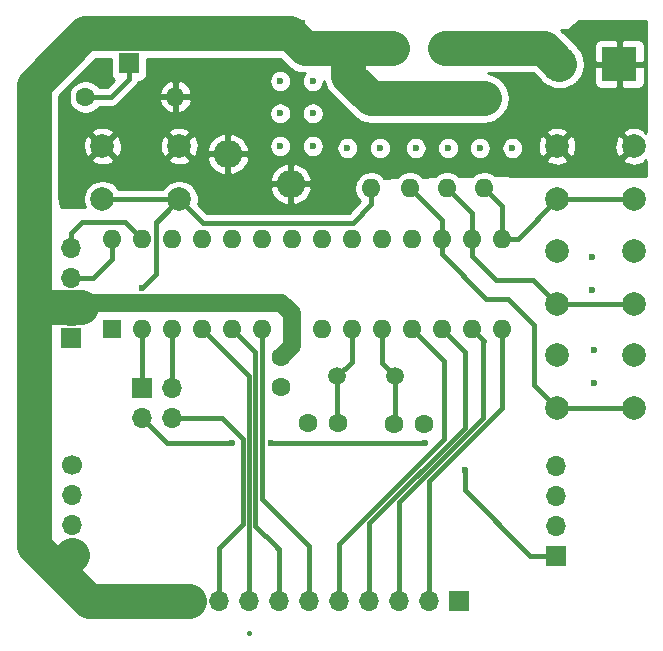
<source format=gbr>
%TF.GenerationSoftware,KiCad,Pcbnew,(5.1.9)-1*%
%TF.CreationDate,2021-02-09T22:22:39+00:00*%
%TF.ProjectId,DMX Relay,444d5820-5265-46c6-9179-2e6b69636164,rev?*%
%TF.SameCoordinates,Original*%
%TF.FileFunction,Copper,L1,Top*%
%TF.FilePolarity,Positive*%
%FSLAX46Y46*%
G04 Gerber Fmt 4.6, Leading zero omitted, Abs format (unit mm)*
G04 Created by KiCad (PCBNEW (5.1.9)-1) date 2021-02-09 22:22:39*
%MOMM*%
%LPD*%
G01*
G04 APERTURE LIST*
%TA.AperFunction,ComponentPad*%
%ADD10O,1.700000X1.700000*%
%TD*%
%TA.AperFunction,ComponentPad*%
%ADD11R,1.700000X1.700000*%
%TD*%
%TA.AperFunction,ComponentPad*%
%ADD12C,3.000000*%
%TD*%
%TA.AperFunction,ComponentPad*%
%ADD13R,3.000000X3.000000*%
%TD*%
%TA.AperFunction,ComponentPad*%
%ADD14C,1.500000*%
%TD*%
%TA.AperFunction,ComponentPad*%
%ADD15C,1.600000*%
%TD*%
%TA.AperFunction,ComponentPad*%
%ADD16C,2.475000*%
%TD*%
%TA.AperFunction,ComponentPad*%
%ADD17C,1.700000*%
%TD*%
%TA.AperFunction,ComponentPad*%
%ADD18O,1.600000X1.600000*%
%TD*%
%TA.AperFunction,ComponentPad*%
%ADD19C,1.800000*%
%TD*%
%TA.AperFunction,ComponentPad*%
%ADD20R,1.800000X1.800000*%
%TD*%
%TA.AperFunction,ComponentPad*%
%ADD21O,2.400000X2.400000*%
%TD*%
%TA.AperFunction,ComponentPad*%
%ADD22R,2.400000X2.400000*%
%TD*%
%TA.AperFunction,ComponentPad*%
%ADD23R,1.600000X1.600000*%
%TD*%
%TA.AperFunction,ComponentPad*%
%ADD24C,2.000000*%
%TD*%
%TA.AperFunction,ViaPad*%
%ADD25C,0.600000*%
%TD*%
%TA.AperFunction,Conductor*%
%ADD26C,0.400000*%
%TD*%
%TA.AperFunction,Conductor*%
%ADD27C,3.000000*%
%TD*%
%TA.AperFunction,Conductor*%
%ADD28C,1.500000*%
%TD*%
%TA.AperFunction,Conductor*%
%ADD29C,0.254000*%
%TD*%
%TA.AperFunction,Conductor*%
%ADD30C,0.100000*%
%TD*%
G04 APERTURE END LIST*
D10*
%TO.P,J3,10*%
%TO.N,+5V*%
X77530000Y-73690000D03*
%TO.P,J3,9*%
%TO.N,Relay8*%
X80070000Y-73690000D03*
%TO.P,J3,8*%
%TO.N,Relay7*%
X82610000Y-73690000D03*
%TO.P,J3,7*%
%TO.N,Relay6*%
X85150000Y-73690000D03*
%TO.P,J3,6*%
%TO.N,Relay5*%
X87690000Y-73690000D03*
%TO.P,J3,5*%
%TO.N,Relay4*%
X90230000Y-73690000D03*
%TO.P,J3,4*%
%TO.N,Relay3*%
X92770000Y-73690000D03*
%TO.P,J3,3*%
%TO.N,Relay2*%
X95310000Y-73690000D03*
%TO.P,J3,2*%
%TO.N,Relay1*%
X97850000Y-73690000D03*
D11*
%TO.P,J3,1*%
%TO.N,GND*%
X100390000Y-73690000D03*
%TD*%
D12*
%TO.P,J1,2*%
%TO.N,Net-(F1-Pad2)*%
X108870000Y-28210000D03*
D13*
%TO.P,J1,1*%
%TO.N,GND*%
X113950000Y-28210000D03*
%TD*%
D14*
%TO.P,Y1,2*%
%TO.N,Net-(C1-Pad1)*%
X94930000Y-54630000D03*
%TO.P,Y1,1*%
%TO.N,Net-(C2-Pad1)*%
X90050000Y-54630000D03*
%TD*%
D10*
%TO.P,J4,4*%
%TO.N,Relay8*%
X76100000Y-58210000D03*
%TO.P,J4,3*%
%TO.N,DMX_Data*%
X73560000Y-58210000D03*
%TO.P,J4,2*%
%TO.N,Tx*%
X76100000Y-55670000D03*
D11*
%TO.P,J4,1*%
%TO.N,Rx*%
X73560000Y-55670000D03*
%TD*%
D15*
%TO.P,C3,2*%
%TO.N,GND*%
X85260000Y-55540000D03*
%TO.P,C3,1*%
%TO.N,+5V*%
X85260000Y-53040000D03*
%TD*%
D16*
%TO.P,F1,2*%
%TO.N,Net-(F1-Pad2)*%
X102900000Y-26860000D03*
%TO.P,F1,1*%
%TO.N,+5V*%
X91000000Y-26860000D03*
%TO.P,F1,2*%
%TO.N,Net-(F1-Pad2)*%
X99200000Y-26860000D03*
%TO.P,F1,1*%
%TO.N,+5V*%
X94700000Y-26860000D03*
%TD*%
D10*
%TO.P,U2,8*%
%TO.N,+5V*%
X67585000Y-69760000D03*
%TO.P,U2,7*%
%TO.N,N/C*%
X67585000Y-67220000D03*
%TO.P,U2,6*%
X67585000Y-64680000D03*
D17*
%TO.P,U2,5*%
%TO.N,GND*%
X67585000Y-62140000D03*
D10*
%TO.P,U2,4*%
%TO.N,N/C*%
X108545000Y-62200000D03*
%TO.P,U2,3*%
X108545000Y-64740000D03*
%TO.P,U2,2*%
%TO.N,GND*%
X108545000Y-67280000D03*
D11*
%TO.P,U2,1*%
%TO.N,DMX_Data*%
X108545000Y-69820000D03*
%TD*%
D18*
%TO.P,R5,2*%
%TO.N,GND*%
X76360000Y-30980000D03*
D15*
%TO.P,R5,1*%
%TO.N,Net-(D3-Pad1)*%
X68740000Y-30980000D03*
%TD*%
D18*
%TO.P,R4,2*%
%TO.N,Net-(R4-Pad2)*%
X92930000Y-38730000D03*
D15*
%TO.P,R4,1*%
%TO.N,+5V*%
X92930000Y-31110000D03*
%TD*%
D18*
%TO.P,R3,2*%
%TO.N,Up*%
X102500000Y-38730000D03*
D15*
%TO.P,R3,1*%
%TO.N,+5V*%
X102500000Y-31110000D03*
%TD*%
%TO.P,R2,1*%
%TO.N,+5V*%
X96210000Y-31110000D03*
D18*
%TO.P,R2,2*%
%TO.N,Down*%
X96210000Y-38730000D03*
%TD*%
%TO.P,R1,2*%
%TO.N,Set*%
X99355000Y-38730000D03*
D15*
%TO.P,R1,1*%
%TO.N,+5V*%
X99355000Y-31110000D03*
%TD*%
D19*
%TO.P,D3,2*%
%TO.N,+5V*%
X72420000Y-25620000D03*
D20*
%TO.P,D3,1*%
%TO.N,Net-(D3-Pad1)*%
X72420000Y-28160000D03*
%TD*%
D21*
%TO.P,D2,2*%
%TO.N,GND*%
X86110000Y-38360000D03*
D22*
%TO.P,D2,1*%
%TO.N,+5V*%
X86110000Y-25660000D03*
%TD*%
D21*
%TO.P,D1,2*%
%TO.N,GND*%
X80790000Y-35820000D03*
D22*
%TO.P,D1,1*%
%TO.N,+5V*%
X80790000Y-25660000D03*
%TD*%
D18*
%TO.P,U1,28*%
%TO.N,SCL*%
X70950000Y-43000000D03*
%TO.P,U1,14*%
%TO.N,Relay1*%
X103970000Y-50620000D03*
%TO.P,U1,27*%
%TO.N,SDA*%
X73490000Y-43000000D03*
%TO.P,U1,13*%
%TO.N,Relay2*%
X101430000Y-50620000D03*
%TO.P,U1,26*%
%TO.N,N/C*%
X76030000Y-43000000D03*
%TO.P,U1,12*%
%TO.N,Relay3*%
X98890000Y-50620000D03*
%TO.P,U1,25*%
%TO.N,N/C*%
X78570000Y-43000000D03*
%TO.P,U1,11*%
%TO.N,Relay4*%
X96350000Y-50620000D03*
%TO.P,U1,24*%
%TO.N,N/C*%
X81110000Y-43000000D03*
%TO.P,U1,10*%
%TO.N,Net-(C1-Pad1)*%
X93810000Y-50620000D03*
%TO.P,U1,23*%
%TO.N,N/C*%
X83650000Y-43000000D03*
%TO.P,U1,9*%
%TO.N,Net-(C2-Pad1)*%
X91270000Y-50620000D03*
%TO.P,U1,22*%
%TO.N,GND*%
X86190000Y-43000000D03*
%TO.P,U1,8*%
X88730000Y-50620000D03*
%TO.P,U1,21*%
%TO.N,N/C*%
X88730000Y-43000000D03*
%TO.P,U1,7*%
%TO.N,+5V*%
X86190000Y-50620000D03*
%TO.P,U1,20*%
%TO.N,N/C*%
X91270000Y-43000000D03*
%TO.P,U1,6*%
%TO.N,Relay5*%
X83650000Y-50620000D03*
%TO.P,U1,19*%
%TO.N,N/C*%
X93810000Y-43000000D03*
%TO.P,U1,5*%
%TO.N,Relay6*%
X81110000Y-50620000D03*
%TO.P,U1,18*%
%TO.N,N/C*%
X96350000Y-43000000D03*
%TO.P,U1,4*%
%TO.N,Relay7*%
X78570000Y-50620000D03*
%TO.P,U1,17*%
%TO.N,Down*%
X98890000Y-43000000D03*
%TO.P,U1,3*%
%TO.N,Tx*%
X76030000Y-50620000D03*
%TO.P,U1,16*%
%TO.N,Set*%
X101430000Y-43000000D03*
%TO.P,U1,2*%
%TO.N,Rx*%
X73490000Y-50620000D03*
%TO.P,U1,15*%
%TO.N,Up*%
X103970000Y-43000000D03*
D23*
%TO.P,U1,1*%
%TO.N,Net-(R4-Pad2)*%
X70950000Y-50620000D03*
%TD*%
D24*
%TO.P,SW4,1*%
%TO.N,Net-(R4-Pad2)*%
X70180000Y-39650000D03*
%TO.P,SW4,2*%
%TO.N,GND*%
X70180000Y-35150000D03*
%TO.P,SW4,1*%
%TO.N,Net-(R4-Pad2)*%
X76680000Y-39650000D03*
%TO.P,SW4,2*%
%TO.N,GND*%
X76680000Y-35150000D03*
%TD*%
%TO.P,SW3,2*%
%TO.N,GND*%
X115160000Y-35160000D03*
%TO.P,SW3,1*%
%TO.N,Up*%
X115160000Y-39660000D03*
%TO.P,SW3,2*%
%TO.N,GND*%
X108660000Y-35160000D03*
%TO.P,SW3,1*%
%TO.N,Up*%
X108660000Y-39660000D03*
%TD*%
%TO.P,SW2,2*%
%TO.N,GND*%
X115160000Y-52850000D03*
%TO.P,SW2,1*%
%TO.N,Down*%
X115160000Y-57350000D03*
%TO.P,SW2,2*%
%TO.N,GND*%
X108660000Y-52850000D03*
%TO.P,SW2,1*%
%TO.N,Down*%
X108660000Y-57350000D03*
%TD*%
%TO.P,SW1,2*%
%TO.N,GND*%
X115160000Y-44005000D03*
%TO.P,SW1,1*%
%TO.N,Set*%
X115160000Y-48505000D03*
%TO.P,SW1,2*%
%TO.N,GND*%
X108660000Y-44005000D03*
%TO.P,SW1,1*%
%TO.N,Set*%
X108660000Y-48505000D03*
%TD*%
D10*
%TO.P,J2,4*%
%TO.N,SDA*%
X67490000Y-43790000D03*
%TO.P,J2,3*%
%TO.N,SCL*%
X67490000Y-46330000D03*
%TO.P,J2,2*%
%TO.N,+5V*%
X67490000Y-48870000D03*
D11*
%TO.P,J2,1*%
%TO.N,GND*%
X67490000Y-51410000D03*
%TD*%
D15*
%TO.P,C2,2*%
%TO.N,GND*%
X87600000Y-58620000D03*
%TO.P,C2,1*%
%TO.N,Net-(C2-Pad1)*%
X90100000Y-58620000D03*
%TD*%
%TO.P,C1,2*%
%TO.N,GND*%
X97400000Y-58670000D03*
%TO.P,C1,1*%
%TO.N,Net-(C1-Pad1)*%
X94900000Y-58670000D03*
%TD*%
D25*
%TO.N,*%
X85230000Y-35140000D03*
X87980000Y-35140000D03*
X85230000Y-32390000D03*
X85230000Y-29640000D03*
X87980000Y-29640000D03*
X87980000Y-32390000D03*
X111810000Y-52430000D03*
X111810000Y-55180000D03*
X111620000Y-44560000D03*
X111620000Y-47310000D03*
X90920000Y-35320000D03*
X93670000Y-35320000D03*
X96690000Y-35320000D03*
X99440000Y-35320000D03*
X102130000Y-35320000D03*
X104880000Y-35320000D03*
%TO.N,Net-(R4-Pad2)*%
X73563981Y-47133981D03*
%TO.N,DMX_Data*%
X100870000Y-62590000D03*
X97490000Y-60260000D03*
X84450000Y-60260000D03*
X81140000Y-60260000D03*
%TD*%
D26*
%TO.N,Net-(C1-Pad1)*%
X93810000Y-53510000D02*
X94930000Y-54630000D01*
X93810000Y-50620000D02*
X93810000Y-53510000D01*
X94930000Y-58640000D02*
X94900000Y-58670000D01*
X94930000Y-54630000D02*
X94930000Y-58640000D01*
%TO.N,Net-(C2-Pad1)*%
X91270000Y-53410000D02*
X90050000Y-54630000D01*
X91270000Y-50620000D02*
X91270000Y-53410000D01*
X90050000Y-58570000D02*
X90100000Y-58620000D01*
X90050000Y-54630000D02*
X90050000Y-58570000D01*
D27*
%TO.N,+5V*%
X94700000Y-26860000D02*
X91000000Y-26860000D01*
X87310000Y-26860000D02*
X86110000Y-25660000D01*
X91000000Y-26860000D02*
X87310000Y-26860000D01*
X86070000Y-25620000D02*
X72420000Y-25620000D01*
X86110000Y-25660000D02*
X86070000Y-25620000D01*
X72420000Y-25620000D02*
X68730000Y-25620000D01*
X68730000Y-25620000D02*
X64340000Y-30010000D01*
X64340000Y-44240000D02*
X64360000Y-44260000D01*
X64340000Y-30010000D02*
X64340000Y-44240000D01*
X64360000Y-68980000D02*
X65140000Y-69760000D01*
D28*
X67050000Y-48450000D02*
X85330000Y-48450000D01*
X86190000Y-49310000D02*
X86190000Y-50620000D01*
X85330000Y-48450000D02*
X86190000Y-49310000D01*
X64520000Y-48450000D02*
X64360000Y-48290000D01*
X67050000Y-48450000D02*
X64520000Y-48450000D01*
D27*
X64360000Y-48290000D02*
X64360000Y-68980000D01*
X64360000Y-44260000D02*
X64360000Y-48290000D01*
X91000000Y-29180000D02*
X92930000Y-31110000D01*
X91000000Y-26860000D02*
X91000000Y-29180000D01*
X92930000Y-31110000D02*
X102500000Y-31110000D01*
X67642999Y-48807001D02*
X68390000Y-48807001D01*
X67580000Y-48870000D02*
X67642999Y-48807001D01*
X67490000Y-48870000D02*
X67580000Y-48870000D01*
X64877001Y-48807001D02*
X64360000Y-48290000D01*
X67407001Y-48807001D02*
X64877001Y-48807001D01*
X67470000Y-48870000D02*
X67407001Y-48807001D01*
X67490000Y-48870000D02*
X67470000Y-48870000D01*
D28*
X86190000Y-52110000D02*
X85260000Y-53040000D01*
X86190000Y-50620000D02*
X86190000Y-52110000D01*
D27*
X77530000Y-73690000D02*
X69070000Y-73690000D01*
X66445000Y-70900000D02*
X66445000Y-71065000D01*
X67585000Y-69760000D02*
X66445000Y-70900000D01*
X66445000Y-71065000D02*
X64360000Y-68980000D01*
X69070000Y-73690000D02*
X66445000Y-71065000D01*
D26*
%TO.N,Relay8*%
X80302988Y-58210000D02*
X82062988Y-59970000D01*
X76100000Y-58210000D02*
X80302988Y-58210000D01*
X82062988Y-59970000D02*
X82062988Y-67187012D01*
X80070000Y-69180000D02*
X80815000Y-68435000D01*
X80070000Y-73690000D02*
X80070000Y-69180000D01*
X80815000Y-68435000D02*
X82062988Y-67187012D01*
%TO.N,Relay7*%
X78570000Y-50620000D02*
X82589998Y-54639998D01*
X82589998Y-76389998D02*
X82590000Y-76390000D01*
X82589998Y-73669998D02*
X82610000Y-73690000D01*
X82589998Y-54639998D02*
X82589998Y-73669998D01*
%TO.N,Relay6*%
X81110000Y-50620000D02*
X83117008Y-52627008D01*
X83117008Y-52627008D02*
X83117008Y-67282992D01*
X85150000Y-69315984D02*
X84787008Y-68952992D01*
X85150000Y-73690000D02*
X85150000Y-69315984D01*
X84787008Y-68952992D02*
X83117008Y-67282992D01*
X85130000Y-69295984D02*
X84787008Y-68952992D01*
%TO.N,Relay5*%
X83644018Y-50625982D02*
X83650000Y-50620000D01*
X83644018Y-64994018D02*
X83644018Y-50625982D01*
X87690000Y-69040000D02*
X86630000Y-67980000D01*
X87690000Y-73690000D02*
X87690000Y-69040000D01*
X86630000Y-67980000D02*
X83644018Y-64994018D01*
X87670000Y-69020000D02*
X86630000Y-67980000D01*
%TO.N,Relay4*%
X99110000Y-53380000D02*
X96350000Y-50620000D01*
X99110000Y-59990000D02*
X99110000Y-53380000D01*
X90230000Y-68870000D02*
X90650000Y-68450000D01*
X90230000Y-73690000D02*
X90230000Y-68870000D01*
X90650000Y-68450000D02*
X99110000Y-59990000D01*
%TO.N,Relay3*%
X100860000Y-52590000D02*
X98890000Y-50620000D01*
X100860000Y-58985304D02*
X100860000Y-52590000D01*
X92770000Y-67075304D02*
X93112652Y-66732652D01*
X92770000Y-73690000D02*
X92770000Y-67075304D01*
X93112652Y-66732652D02*
X100860000Y-58985304D01*
%TO.N,Relay2*%
X102500000Y-51690000D02*
X101430000Y-50620000D01*
X102410000Y-51600000D02*
X101430000Y-50620000D01*
X102410000Y-58180608D02*
X102410000Y-51600000D01*
X95310000Y-65280608D02*
X102410000Y-58180608D01*
X95310000Y-73690000D02*
X95310000Y-65280608D01*
%TO.N,Relay1*%
X103970000Y-57365912D02*
X103970000Y-50620000D01*
X97850000Y-63485912D02*
X103970000Y-57365912D01*
X97850000Y-73690000D02*
X97850000Y-63485912D01*
%TO.N,SDA*%
X73490000Y-43000000D02*
X72050000Y-41560000D01*
X72050000Y-41560000D02*
X68450000Y-41560000D01*
X67490000Y-42520000D02*
X67490000Y-43790000D01*
X68450000Y-41560000D02*
X67490000Y-42520000D01*
%TO.N,SCL*%
X70950000Y-43000000D02*
X70950000Y-44730000D01*
X69350000Y-46330000D02*
X67490000Y-46330000D01*
X70950000Y-44730000D02*
X69350000Y-46330000D01*
%TO.N,Set*%
X101430000Y-44430000D02*
X101430000Y-43000000D01*
X103500000Y-46500000D02*
X101430000Y-44430000D01*
X106655000Y-46500000D02*
X103500000Y-46500000D01*
X108660000Y-48505000D02*
X106655000Y-46500000D01*
X108660000Y-48505000D02*
X115160000Y-48505000D01*
X101430000Y-40805000D02*
X99355000Y-38730000D01*
X101430000Y-43000000D02*
X101430000Y-40805000D01*
%TO.N,Down*%
X98890000Y-43000000D02*
X98890000Y-44330000D01*
X98890000Y-44330000D02*
X102650000Y-48090000D01*
X102650000Y-48090000D02*
X104520000Y-48090000D01*
X104520000Y-48090000D02*
X106730000Y-50300000D01*
X106730000Y-55420000D02*
X108660000Y-57350000D01*
X106730000Y-50300000D02*
X106730000Y-55420000D01*
X115160000Y-57350000D02*
X108660000Y-57350000D01*
X98890000Y-41410000D02*
X96210000Y-38730000D01*
X98890000Y-43000000D02*
X98890000Y-41410000D01*
%TO.N,Up*%
X105320000Y-43000000D02*
X103970000Y-43000000D01*
X108660000Y-39660000D02*
X105320000Y-43000000D01*
X115160000Y-39660000D02*
X108660000Y-39660000D01*
X103970000Y-40200000D02*
X102500000Y-38730000D01*
X103970000Y-43000000D02*
X103970000Y-40200000D01*
%TO.N,Net-(R4-Pad2)*%
X76680000Y-39650000D02*
X70180000Y-39650000D01*
X92930000Y-38730000D02*
X92930000Y-40090000D01*
X92930000Y-40090000D02*
X91360000Y-41660000D01*
X78690000Y-41660000D02*
X77740000Y-40710000D01*
X91360000Y-41660000D02*
X78690000Y-41660000D01*
X77740000Y-40710000D02*
X76680000Y-39650000D01*
X76680000Y-39650000D02*
X74770000Y-41560000D01*
X76680000Y-39650000D02*
X74750000Y-41580000D01*
X74750000Y-45947962D02*
X74028981Y-46668981D01*
X74750000Y-41580000D02*
X74750000Y-45947962D01*
X73563981Y-47133981D02*
X74750000Y-45947962D01*
%TO.N,Rx*%
X73560000Y-50690000D02*
X73490000Y-50620000D01*
X73560000Y-55670000D02*
X73560000Y-50690000D01*
D27*
%TO.N,Net-(F1-Pad2)*%
X102900000Y-26860000D02*
X99200000Y-26860000D01*
X107520000Y-26860000D02*
X108870000Y-28210000D01*
X102900000Y-26860000D02*
X107520000Y-26860000D01*
D26*
%TO.N,Net-(D3-Pad1)*%
X72420000Y-28160000D02*
X72420000Y-29460000D01*
X70900000Y-30980000D02*
X68740000Y-30980000D01*
X72420000Y-29460000D02*
X70900000Y-30980000D01*
%TO.N,DMX_Data*%
X108545000Y-69820000D02*
X106390000Y-69820000D01*
X106390000Y-69820000D02*
X100870000Y-64300000D01*
X100870000Y-64300000D02*
X100870000Y-62590000D01*
X100870000Y-62590000D02*
X100870000Y-62590000D01*
X97490000Y-60260000D02*
X84450000Y-60260000D01*
X84450000Y-60260000D02*
X84450000Y-60260000D01*
X75610000Y-60260000D02*
X73560000Y-58210000D01*
X81140000Y-60260000D02*
X75610000Y-60260000D01*
%TO.N,Tx*%
X76100000Y-50690000D02*
X76030000Y-50620000D01*
X76100000Y-55670000D02*
X76100000Y-50690000D01*
%TD*%
D29*
%TO.N,GND*%
X116200000Y-33940392D02*
X116115807Y-34024585D01*
X116020044Y-33760186D01*
X115730429Y-33619296D01*
X115418892Y-33537616D01*
X115097405Y-33518282D01*
X114778325Y-33562039D01*
X114473912Y-33667205D01*
X114299956Y-33760186D01*
X114204192Y-34024587D01*
X115160000Y-34980395D01*
X115174143Y-34966253D01*
X115353748Y-35145858D01*
X115339605Y-35160000D01*
X115353748Y-35174143D01*
X115174143Y-35353748D01*
X115160000Y-35339605D01*
X114204192Y-36295413D01*
X114299956Y-36559814D01*
X114589571Y-36700704D01*
X114901108Y-36782384D01*
X115222595Y-36801718D01*
X115541675Y-36757961D01*
X115846088Y-36652795D01*
X116020044Y-36559814D01*
X116115807Y-36295415D01*
X116200000Y-36379608D01*
X116200000Y-37671687D01*
X105810585Y-37663000D01*
X103441677Y-37642281D01*
X103414759Y-37615363D01*
X103179727Y-37458320D01*
X102918574Y-37350147D01*
X102641335Y-37295000D01*
X102358665Y-37295000D01*
X102081426Y-37350147D01*
X101820273Y-37458320D01*
X101585241Y-37615363D01*
X101548297Y-37652307D01*
X100334921Y-37680525D01*
X100269759Y-37615363D01*
X100034727Y-37458320D01*
X99773574Y-37350147D01*
X99496335Y-37295000D01*
X99213665Y-37295000D01*
X98936426Y-37350147D01*
X98675273Y-37458320D01*
X98440241Y-37615363D01*
X98328416Y-37727188D01*
X97261399Y-37752003D01*
X97124759Y-37615363D01*
X96889727Y-37458320D01*
X96628574Y-37350147D01*
X96351335Y-37295000D01*
X96068665Y-37295000D01*
X95791426Y-37350147D01*
X95530273Y-37458320D01*
X95295241Y-37615363D01*
X95108535Y-37802069D01*
X94052250Y-37826634D01*
X94044637Y-37815241D01*
X93844759Y-37615363D01*
X93609727Y-37458320D01*
X93348574Y-37350147D01*
X93071335Y-37295000D01*
X92788665Y-37295000D01*
X92511426Y-37350147D01*
X92250273Y-37458320D01*
X92015241Y-37615363D01*
X91815363Y-37815241D01*
X91658320Y-38050273D01*
X91550147Y-38311426D01*
X91495000Y-38588665D01*
X91495000Y-38871335D01*
X91550147Y-39148574D01*
X91658320Y-39409727D01*
X91815363Y-39644759D01*
X92004868Y-39834264D01*
X91014133Y-40825000D01*
X79035868Y-40825000D01*
X78359442Y-40148575D01*
X78359438Y-40148570D01*
X78266372Y-40055504D01*
X78315000Y-39811033D01*
X78315000Y-39488967D01*
X78252168Y-39173088D01*
X78128918Y-38875537D01*
X78059608Y-38771806D01*
X84321801Y-38771806D01*
X84436500Y-39112754D01*
X84615511Y-39424774D01*
X84851954Y-39695875D01*
X85136743Y-39915639D01*
X85458934Y-40075621D01*
X85698195Y-40148195D01*
X85983000Y-40031432D01*
X85983000Y-38487000D01*
X86237000Y-38487000D01*
X86237000Y-40031432D01*
X86521805Y-40148195D01*
X86761066Y-40075621D01*
X87083257Y-39915639D01*
X87368046Y-39695875D01*
X87604489Y-39424774D01*
X87783500Y-39112754D01*
X87898199Y-38771806D01*
X87781854Y-38487000D01*
X86237000Y-38487000D01*
X85983000Y-38487000D01*
X84438146Y-38487000D01*
X84321801Y-38771806D01*
X78059608Y-38771806D01*
X77949987Y-38607748D01*
X77722252Y-38380013D01*
X77454463Y-38201082D01*
X77156912Y-38077832D01*
X76841033Y-38015000D01*
X76518967Y-38015000D01*
X76203088Y-38077832D01*
X75905537Y-38201082D01*
X75637748Y-38380013D01*
X75410013Y-38607748D01*
X75271532Y-38815000D01*
X71588468Y-38815000D01*
X71449987Y-38607748D01*
X71222252Y-38380013D01*
X70954463Y-38201082D01*
X70656912Y-38077832D01*
X70341033Y-38015000D01*
X70018967Y-38015000D01*
X69703088Y-38077832D01*
X69405537Y-38201082D01*
X69137748Y-38380013D01*
X68910013Y-38607748D01*
X68731082Y-38875537D01*
X68607832Y-39173088D01*
X68545000Y-39488967D01*
X68545000Y-39811033D01*
X68607832Y-40126912D01*
X68679417Y-40299732D01*
X66652187Y-40321877D01*
X66475000Y-39504091D01*
X66475000Y-37948194D01*
X84321801Y-37948194D01*
X84438146Y-38233000D01*
X85983000Y-38233000D01*
X85983000Y-36688568D01*
X86237000Y-36688568D01*
X86237000Y-38233000D01*
X87781854Y-38233000D01*
X87898199Y-37948194D01*
X87783500Y-37607246D01*
X87604489Y-37295226D01*
X87368046Y-37024125D01*
X87083257Y-36804361D01*
X86761066Y-36644379D01*
X86521805Y-36571805D01*
X86237000Y-36688568D01*
X85983000Y-36688568D01*
X85698195Y-36571805D01*
X85458934Y-36644379D01*
X85136743Y-36804361D01*
X84851954Y-37024125D01*
X84615511Y-37295226D01*
X84436500Y-37607246D01*
X84321801Y-37948194D01*
X66475000Y-37948194D01*
X66475000Y-36285413D01*
X69224192Y-36285413D01*
X69319956Y-36549814D01*
X69609571Y-36690704D01*
X69921108Y-36772384D01*
X70242595Y-36791718D01*
X70561675Y-36747961D01*
X70866088Y-36642795D01*
X71040044Y-36549814D01*
X71135808Y-36285413D01*
X75724192Y-36285413D01*
X75819956Y-36549814D01*
X76109571Y-36690704D01*
X76421108Y-36772384D01*
X76742595Y-36791718D01*
X77061675Y-36747961D01*
X77366088Y-36642795D01*
X77540044Y-36549814D01*
X77635808Y-36285413D01*
X77582201Y-36231806D01*
X79001801Y-36231806D01*
X79116500Y-36572754D01*
X79295511Y-36884774D01*
X79531954Y-37155875D01*
X79816743Y-37375639D01*
X80138934Y-37535621D01*
X80378195Y-37608195D01*
X80663000Y-37491432D01*
X80663000Y-35947000D01*
X80917000Y-35947000D01*
X80917000Y-37491432D01*
X81201805Y-37608195D01*
X81441066Y-37535621D01*
X81763257Y-37375639D01*
X82048046Y-37155875D01*
X82284489Y-36884774D01*
X82463500Y-36572754D01*
X82556800Y-36295413D01*
X107704192Y-36295413D01*
X107799956Y-36559814D01*
X108089571Y-36700704D01*
X108401108Y-36782384D01*
X108722595Y-36801718D01*
X109041675Y-36757961D01*
X109346088Y-36652795D01*
X109520044Y-36559814D01*
X109615808Y-36295413D01*
X108660000Y-35339605D01*
X107704192Y-36295413D01*
X82556800Y-36295413D01*
X82578199Y-36231806D01*
X82461854Y-35947000D01*
X80917000Y-35947000D01*
X80663000Y-35947000D01*
X79118146Y-35947000D01*
X79001801Y-36231806D01*
X77582201Y-36231806D01*
X76680000Y-35329605D01*
X75724192Y-36285413D01*
X71135808Y-36285413D01*
X70180000Y-35329605D01*
X69224192Y-36285413D01*
X66475000Y-36285413D01*
X66475000Y-35212595D01*
X68538282Y-35212595D01*
X68582039Y-35531675D01*
X68687205Y-35836088D01*
X68780186Y-36010044D01*
X69044587Y-36105808D01*
X70000395Y-35150000D01*
X70359605Y-35150000D01*
X71315413Y-36105808D01*
X71579814Y-36010044D01*
X71720704Y-35720429D01*
X71802384Y-35408892D01*
X71814189Y-35212595D01*
X75038282Y-35212595D01*
X75082039Y-35531675D01*
X75187205Y-35836088D01*
X75280186Y-36010044D01*
X75544587Y-36105808D01*
X76500395Y-35150000D01*
X76859605Y-35150000D01*
X77815413Y-36105808D01*
X78079814Y-36010044D01*
X78220704Y-35720429D01*
X78302384Y-35408892D01*
X78302425Y-35408194D01*
X79001801Y-35408194D01*
X79118146Y-35693000D01*
X80663000Y-35693000D01*
X80663000Y-34148568D01*
X80917000Y-34148568D01*
X80917000Y-35693000D01*
X82461854Y-35693000D01*
X82578199Y-35408194D01*
X82463500Y-35067246D01*
X82452408Y-35047911D01*
X84295000Y-35047911D01*
X84295000Y-35232089D01*
X84330932Y-35412729D01*
X84401414Y-35582889D01*
X84503738Y-35736028D01*
X84633972Y-35866262D01*
X84787111Y-35968586D01*
X84957271Y-36039068D01*
X85137911Y-36075000D01*
X85322089Y-36075000D01*
X85502729Y-36039068D01*
X85672889Y-35968586D01*
X85826028Y-35866262D01*
X85956262Y-35736028D01*
X86058586Y-35582889D01*
X86129068Y-35412729D01*
X86165000Y-35232089D01*
X86165000Y-35047911D01*
X87045000Y-35047911D01*
X87045000Y-35232089D01*
X87080932Y-35412729D01*
X87151414Y-35582889D01*
X87253738Y-35736028D01*
X87383972Y-35866262D01*
X87537111Y-35968586D01*
X87707271Y-36039068D01*
X87887911Y-36075000D01*
X88072089Y-36075000D01*
X88252729Y-36039068D01*
X88422889Y-35968586D01*
X88576028Y-35866262D01*
X88706262Y-35736028D01*
X88808586Y-35582889D01*
X88879068Y-35412729D01*
X88915000Y-35232089D01*
X88915000Y-35227911D01*
X89985000Y-35227911D01*
X89985000Y-35412089D01*
X90020932Y-35592729D01*
X90091414Y-35762889D01*
X90193738Y-35916028D01*
X90323972Y-36046262D01*
X90477111Y-36148586D01*
X90647271Y-36219068D01*
X90827911Y-36255000D01*
X91012089Y-36255000D01*
X91192729Y-36219068D01*
X91362889Y-36148586D01*
X91516028Y-36046262D01*
X91646262Y-35916028D01*
X91748586Y-35762889D01*
X91819068Y-35592729D01*
X91855000Y-35412089D01*
X91855000Y-35227911D01*
X92735000Y-35227911D01*
X92735000Y-35412089D01*
X92770932Y-35592729D01*
X92841414Y-35762889D01*
X92943738Y-35916028D01*
X93073972Y-36046262D01*
X93227111Y-36148586D01*
X93397271Y-36219068D01*
X93577911Y-36255000D01*
X93762089Y-36255000D01*
X93942729Y-36219068D01*
X94112889Y-36148586D01*
X94266028Y-36046262D01*
X94396262Y-35916028D01*
X94498586Y-35762889D01*
X94569068Y-35592729D01*
X94605000Y-35412089D01*
X94605000Y-35227911D01*
X95755000Y-35227911D01*
X95755000Y-35412089D01*
X95790932Y-35592729D01*
X95861414Y-35762889D01*
X95963738Y-35916028D01*
X96093972Y-36046262D01*
X96247111Y-36148586D01*
X96417271Y-36219068D01*
X96597911Y-36255000D01*
X96782089Y-36255000D01*
X96962729Y-36219068D01*
X97132889Y-36148586D01*
X97286028Y-36046262D01*
X97416262Y-35916028D01*
X97518586Y-35762889D01*
X97589068Y-35592729D01*
X97625000Y-35412089D01*
X97625000Y-35227911D01*
X98505000Y-35227911D01*
X98505000Y-35412089D01*
X98540932Y-35592729D01*
X98611414Y-35762889D01*
X98713738Y-35916028D01*
X98843972Y-36046262D01*
X98997111Y-36148586D01*
X99167271Y-36219068D01*
X99347911Y-36255000D01*
X99532089Y-36255000D01*
X99712729Y-36219068D01*
X99882889Y-36148586D01*
X100036028Y-36046262D01*
X100166262Y-35916028D01*
X100268586Y-35762889D01*
X100339068Y-35592729D01*
X100375000Y-35412089D01*
X100375000Y-35227911D01*
X101195000Y-35227911D01*
X101195000Y-35412089D01*
X101230932Y-35592729D01*
X101301414Y-35762889D01*
X101403738Y-35916028D01*
X101533972Y-36046262D01*
X101687111Y-36148586D01*
X101857271Y-36219068D01*
X102037911Y-36255000D01*
X102222089Y-36255000D01*
X102402729Y-36219068D01*
X102572889Y-36148586D01*
X102726028Y-36046262D01*
X102856262Y-35916028D01*
X102958586Y-35762889D01*
X103029068Y-35592729D01*
X103065000Y-35412089D01*
X103065000Y-35227911D01*
X103945000Y-35227911D01*
X103945000Y-35412089D01*
X103980932Y-35592729D01*
X104051414Y-35762889D01*
X104153738Y-35916028D01*
X104283972Y-36046262D01*
X104437111Y-36148586D01*
X104607271Y-36219068D01*
X104787911Y-36255000D01*
X104972089Y-36255000D01*
X105152729Y-36219068D01*
X105322889Y-36148586D01*
X105476028Y-36046262D01*
X105606262Y-35916028D01*
X105708586Y-35762889D01*
X105779068Y-35592729D01*
X105815000Y-35412089D01*
X105815000Y-35227911D01*
X105813943Y-35222595D01*
X107018282Y-35222595D01*
X107062039Y-35541675D01*
X107167205Y-35846088D01*
X107260186Y-36020044D01*
X107524587Y-36115808D01*
X108480395Y-35160000D01*
X108839605Y-35160000D01*
X109795413Y-36115808D01*
X110059814Y-36020044D01*
X110200704Y-35730429D01*
X110282384Y-35418892D01*
X110294189Y-35222595D01*
X113518282Y-35222595D01*
X113562039Y-35541675D01*
X113667205Y-35846088D01*
X113760186Y-36020044D01*
X114024587Y-36115808D01*
X114980395Y-35160000D01*
X114024587Y-34204192D01*
X113760186Y-34299956D01*
X113619296Y-34589571D01*
X113537616Y-34901108D01*
X113518282Y-35222595D01*
X110294189Y-35222595D01*
X110301718Y-35097405D01*
X110257961Y-34778325D01*
X110152795Y-34473912D01*
X110059814Y-34299956D01*
X109795413Y-34204192D01*
X108839605Y-35160000D01*
X108480395Y-35160000D01*
X107524587Y-34204192D01*
X107260186Y-34299956D01*
X107119296Y-34589571D01*
X107037616Y-34901108D01*
X107018282Y-35222595D01*
X105813943Y-35222595D01*
X105779068Y-35047271D01*
X105708586Y-34877111D01*
X105606262Y-34723972D01*
X105476028Y-34593738D01*
X105322889Y-34491414D01*
X105152729Y-34420932D01*
X104972089Y-34385000D01*
X104787911Y-34385000D01*
X104607271Y-34420932D01*
X104437111Y-34491414D01*
X104283972Y-34593738D01*
X104153738Y-34723972D01*
X104051414Y-34877111D01*
X103980932Y-35047271D01*
X103945000Y-35227911D01*
X103065000Y-35227911D01*
X103029068Y-35047271D01*
X102958586Y-34877111D01*
X102856262Y-34723972D01*
X102726028Y-34593738D01*
X102572889Y-34491414D01*
X102402729Y-34420932D01*
X102222089Y-34385000D01*
X102037911Y-34385000D01*
X101857271Y-34420932D01*
X101687111Y-34491414D01*
X101533972Y-34593738D01*
X101403738Y-34723972D01*
X101301414Y-34877111D01*
X101230932Y-35047271D01*
X101195000Y-35227911D01*
X100375000Y-35227911D01*
X100339068Y-35047271D01*
X100268586Y-34877111D01*
X100166262Y-34723972D01*
X100036028Y-34593738D01*
X99882889Y-34491414D01*
X99712729Y-34420932D01*
X99532089Y-34385000D01*
X99347911Y-34385000D01*
X99167271Y-34420932D01*
X98997111Y-34491414D01*
X98843972Y-34593738D01*
X98713738Y-34723972D01*
X98611414Y-34877111D01*
X98540932Y-35047271D01*
X98505000Y-35227911D01*
X97625000Y-35227911D01*
X97589068Y-35047271D01*
X97518586Y-34877111D01*
X97416262Y-34723972D01*
X97286028Y-34593738D01*
X97132889Y-34491414D01*
X96962729Y-34420932D01*
X96782089Y-34385000D01*
X96597911Y-34385000D01*
X96417271Y-34420932D01*
X96247111Y-34491414D01*
X96093972Y-34593738D01*
X95963738Y-34723972D01*
X95861414Y-34877111D01*
X95790932Y-35047271D01*
X95755000Y-35227911D01*
X94605000Y-35227911D01*
X94569068Y-35047271D01*
X94498586Y-34877111D01*
X94396262Y-34723972D01*
X94266028Y-34593738D01*
X94112889Y-34491414D01*
X93942729Y-34420932D01*
X93762089Y-34385000D01*
X93577911Y-34385000D01*
X93397271Y-34420932D01*
X93227111Y-34491414D01*
X93073972Y-34593738D01*
X92943738Y-34723972D01*
X92841414Y-34877111D01*
X92770932Y-35047271D01*
X92735000Y-35227911D01*
X91855000Y-35227911D01*
X91819068Y-35047271D01*
X91748586Y-34877111D01*
X91646262Y-34723972D01*
X91516028Y-34593738D01*
X91362889Y-34491414D01*
X91192729Y-34420932D01*
X91012089Y-34385000D01*
X90827911Y-34385000D01*
X90647271Y-34420932D01*
X90477111Y-34491414D01*
X90323972Y-34593738D01*
X90193738Y-34723972D01*
X90091414Y-34877111D01*
X90020932Y-35047271D01*
X89985000Y-35227911D01*
X88915000Y-35227911D01*
X88915000Y-35047911D01*
X88879068Y-34867271D01*
X88808586Y-34697111D01*
X88706262Y-34543972D01*
X88576028Y-34413738D01*
X88422889Y-34311414D01*
X88252729Y-34240932D01*
X88072089Y-34205000D01*
X87887911Y-34205000D01*
X87707271Y-34240932D01*
X87537111Y-34311414D01*
X87383972Y-34413738D01*
X87253738Y-34543972D01*
X87151414Y-34697111D01*
X87080932Y-34867271D01*
X87045000Y-35047911D01*
X86165000Y-35047911D01*
X86129068Y-34867271D01*
X86058586Y-34697111D01*
X85956262Y-34543972D01*
X85826028Y-34413738D01*
X85672889Y-34311414D01*
X85502729Y-34240932D01*
X85322089Y-34205000D01*
X85137911Y-34205000D01*
X84957271Y-34240932D01*
X84787111Y-34311414D01*
X84633972Y-34413738D01*
X84503738Y-34543972D01*
X84401414Y-34697111D01*
X84330932Y-34867271D01*
X84295000Y-35047911D01*
X82452408Y-35047911D01*
X82284489Y-34755226D01*
X82048046Y-34484125D01*
X81763257Y-34264361D01*
X81441066Y-34104379D01*
X81201805Y-34031805D01*
X80917000Y-34148568D01*
X80663000Y-34148568D01*
X80378195Y-34031805D01*
X80138934Y-34104379D01*
X79816743Y-34264361D01*
X79531954Y-34484125D01*
X79295511Y-34755226D01*
X79116500Y-35067246D01*
X79001801Y-35408194D01*
X78302425Y-35408194D01*
X78321718Y-35087405D01*
X78277961Y-34768325D01*
X78172795Y-34463912D01*
X78079814Y-34289956D01*
X77815413Y-34194192D01*
X76859605Y-35150000D01*
X76500395Y-35150000D01*
X75544587Y-34194192D01*
X75280186Y-34289956D01*
X75139296Y-34579571D01*
X75057616Y-34891108D01*
X75038282Y-35212595D01*
X71814189Y-35212595D01*
X71821718Y-35087405D01*
X71777961Y-34768325D01*
X71672795Y-34463912D01*
X71579814Y-34289956D01*
X71315413Y-34194192D01*
X70359605Y-35150000D01*
X70000395Y-35150000D01*
X69044587Y-34194192D01*
X68780186Y-34289956D01*
X68639296Y-34579571D01*
X68557616Y-34891108D01*
X68538282Y-35212595D01*
X66475000Y-35212595D01*
X66475000Y-34014587D01*
X69224192Y-34014587D01*
X70180000Y-34970395D01*
X71135808Y-34014587D01*
X75724192Y-34014587D01*
X76680000Y-34970395D01*
X77625808Y-34024587D01*
X107704192Y-34024587D01*
X108660000Y-34980395D01*
X109615808Y-34024587D01*
X109520044Y-33760186D01*
X109230429Y-33619296D01*
X108918892Y-33537616D01*
X108597405Y-33518282D01*
X108278325Y-33562039D01*
X107973912Y-33667205D01*
X107799956Y-33760186D01*
X107704192Y-34024587D01*
X77625808Y-34024587D01*
X77635808Y-34014587D01*
X77540044Y-33750186D01*
X77250429Y-33609296D01*
X76938892Y-33527616D01*
X76617405Y-33508282D01*
X76298325Y-33552039D01*
X75993912Y-33657205D01*
X75819956Y-33750186D01*
X75724192Y-34014587D01*
X71135808Y-34014587D01*
X71040044Y-33750186D01*
X70750429Y-33609296D01*
X70438892Y-33527616D01*
X70117405Y-33508282D01*
X69798325Y-33552039D01*
X69493912Y-33657205D01*
X69319956Y-33750186D01*
X69224192Y-34014587D01*
X66475000Y-34014587D01*
X66475000Y-30894345D01*
X69614346Y-27755000D01*
X70881928Y-27755000D01*
X70881928Y-29060000D01*
X70894188Y-29184482D01*
X70930498Y-29304180D01*
X70989463Y-29414494D01*
X71068815Y-29511185D01*
X71134248Y-29564884D01*
X70554133Y-30145000D01*
X69907930Y-30145000D01*
X69854637Y-30065241D01*
X69654759Y-29865363D01*
X69419727Y-29708320D01*
X69158574Y-29600147D01*
X68881335Y-29545000D01*
X68598665Y-29545000D01*
X68321426Y-29600147D01*
X68060273Y-29708320D01*
X67825241Y-29865363D01*
X67625363Y-30065241D01*
X67468320Y-30300273D01*
X67360147Y-30561426D01*
X67305000Y-30838665D01*
X67305000Y-31121335D01*
X67360147Y-31398574D01*
X67468320Y-31659727D01*
X67625363Y-31894759D01*
X67825241Y-32094637D01*
X68060273Y-32251680D01*
X68321426Y-32359853D01*
X68598665Y-32415000D01*
X68881335Y-32415000D01*
X69158574Y-32359853D01*
X69419727Y-32251680D01*
X69654759Y-32094637D01*
X69854637Y-31894759D01*
X69907930Y-31815000D01*
X70858982Y-31815000D01*
X70900000Y-31819040D01*
X70941018Y-31815000D01*
X70941019Y-31815000D01*
X71063689Y-31802918D01*
X71221087Y-31755172D01*
X71366146Y-31677636D01*
X71493291Y-31573291D01*
X71519446Y-31541422D01*
X71731829Y-31329039D01*
X74968096Y-31329039D01*
X75008754Y-31463087D01*
X75128963Y-31717420D01*
X75296481Y-31943414D01*
X75504869Y-32132385D01*
X75746119Y-32277070D01*
X76010960Y-32371909D01*
X76233000Y-32250624D01*
X76233000Y-31107000D01*
X76487000Y-31107000D01*
X76487000Y-32250624D01*
X76709040Y-32371909D01*
X76915681Y-32297911D01*
X84295000Y-32297911D01*
X84295000Y-32482089D01*
X84330932Y-32662729D01*
X84401414Y-32832889D01*
X84503738Y-32986028D01*
X84633972Y-33116262D01*
X84787111Y-33218586D01*
X84957271Y-33289068D01*
X85137911Y-33325000D01*
X85322089Y-33325000D01*
X85502729Y-33289068D01*
X85672889Y-33218586D01*
X85826028Y-33116262D01*
X85956262Y-32986028D01*
X86058586Y-32832889D01*
X86129068Y-32662729D01*
X86165000Y-32482089D01*
X86165000Y-32297911D01*
X87045000Y-32297911D01*
X87045000Y-32482089D01*
X87080932Y-32662729D01*
X87151414Y-32832889D01*
X87253738Y-32986028D01*
X87383972Y-33116262D01*
X87537111Y-33218586D01*
X87707271Y-33289068D01*
X87887911Y-33325000D01*
X88072089Y-33325000D01*
X88252729Y-33289068D01*
X88422889Y-33218586D01*
X88576028Y-33116262D01*
X88706262Y-32986028D01*
X88808586Y-32832889D01*
X88879068Y-32662729D01*
X88915000Y-32482089D01*
X88915000Y-32297911D01*
X88879068Y-32117271D01*
X88808586Y-31947111D01*
X88706262Y-31793972D01*
X88576028Y-31663738D01*
X88422889Y-31561414D01*
X88252729Y-31490932D01*
X88072089Y-31455000D01*
X87887911Y-31455000D01*
X87707271Y-31490932D01*
X87537111Y-31561414D01*
X87383972Y-31663738D01*
X87253738Y-31793972D01*
X87151414Y-31947111D01*
X87080932Y-32117271D01*
X87045000Y-32297911D01*
X86165000Y-32297911D01*
X86129068Y-32117271D01*
X86058586Y-31947111D01*
X85956262Y-31793972D01*
X85826028Y-31663738D01*
X85672889Y-31561414D01*
X85502729Y-31490932D01*
X85322089Y-31455000D01*
X85137911Y-31455000D01*
X84957271Y-31490932D01*
X84787111Y-31561414D01*
X84633972Y-31663738D01*
X84503738Y-31793972D01*
X84401414Y-31947111D01*
X84330932Y-32117271D01*
X84295000Y-32297911D01*
X76915681Y-32297911D01*
X76973881Y-32277070D01*
X77215131Y-32132385D01*
X77423519Y-31943414D01*
X77591037Y-31717420D01*
X77711246Y-31463087D01*
X77751904Y-31329039D01*
X77629915Y-31107000D01*
X76487000Y-31107000D01*
X76233000Y-31107000D01*
X75090085Y-31107000D01*
X74968096Y-31329039D01*
X71731829Y-31329039D01*
X72429907Y-30630961D01*
X74968096Y-30630961D01*
X75090085Y-30853000D01*
X76233000Y-30853000D01*
X76233000Y-29709376D01*
X76487000Y-29709376D01*
X76487000Y-30853000D01*
X77629915Y-30853000D01*
X77751904Y-30630961D01*
X77711246Y-30496913D01*
X77591037Y-30242580D01*
X77423519Y-30016586D01*
X77215131Y-29827615D01*
X76973881Y-29682930D01*
X76709040Y-29588091D01*
X76487000Y-29709376D01*
X76233000Y-29709376D01*
X76010960Y-29588091D01*
X75746119Y-29682930D01*
X75504869Y-29827615D01*
X75296481Y-30016586D01*
X75128963Y-30242580D01*
X75008754Y-30496913D01*
X74968096Y-30630961D01*
X72429907Y-30630961D01*
X72981432Y-30079437D01*
X73013291Y-30053291D01*
X73117636Y-29926146D01*
X73195172Y-29781087D01*
X73220354Y-29698072D01*
X73320000Y-29698072D01*
X73444482Y-29685812D01*
X73564180Y-29649502D01*
X73674494Y-29590537D01*
X73726434Y-29547911D01*
X84295000Y-29547911D01*
X84295000Y-29732089D01*
X84330932Y-29912729D01*
X84401414Y-30082889D01*
X84503738Y-30236028D01*
X84633972Y-30366262D01*
X84787111Y-30468586D01*
X84957271Y-30539068D01*
X85137911Y-30575000D01*
X85322089Y-30575000D01*
X85502729Y-30539068D01*
X85672889Y-30468586D01*
X85826028Y-30366262D01*
X85956262Y-30236028D01*
X86058586Y-30082889D01*
X86129068Y-29912729D01*
X86165000Y-29732089D01*
X86165000Y-29547911D01*
X86129068Y-29367271D01*
X86058586Y-29197111D01*
X85956262Y-29043972D01*
X85826028Y-28913738D01*
X85672889Y-28811414D01*
X85502729Y-28740932D01*
X85322089Y-28705000D01*
X85137911Y-28705000D01*
X84957271Y-28740932D01*
X84787111Y-28811414D01*
X84633972Y-28913738D01*
X84503738Y-29043972D01*
X84401414Y-29197111D01*
X84330932Y-29367271D01*
X84295000Y-29547911D01*
X73726434Y-29547911D01*
X73771185Y-29511185D01*
X73850537Y-29414494D01*
X73909502Y-29304180D01*
X73945812Y-29184482D01*
X73958072Y-29060000D01*
X73958072Y-27755000D01*
X85185655Y-27755000D01*
X85726163Y-28295508D01*
X85793023Y-28376977D01*
X86118119Y-28643777D01*
X86489018Y-28842026D01*
X86891467Y-28964108D01*
X87205118Y-28995000D01*
X87205127Y-28995000D01*
X87293961Y-29003749D01*
X87253738Y-29043972D01*
X87151414Y-29197111D01*
X87080932Y-29367271D01*
X87045000Y-29547911D01*
X87045000Y-29732089D01*
X87080932Y-29912729D01*
X87151414Y-30082889D01*
X87253738Y-30236028D01*
X87383972Y-30366262D01*
X87537111Y-30468586D01*
X87707271Y-30539068D01*
X87887911Y-30575000D01*
X88072089Y-30575000D01*
X88252729Y-30539068D01*
X88422889Y-30468586D01*
X88576028Y-30366262D01*
X88706262Y-30236028D01*
X88808586Y-30082889D01*
X88879068Y-29912729D01*
X88915000Y-29732089D01*
X88915000Y-29661523D01*
X89003778Y-29954180D01*
X89017975Y-30000982D01*
X89216224Y-30371881D01*
X89416165Y-30615510D01*
X89416168Y-30615513D01*
X89483024Y-30696977D01*
X89564487Y-30763832D01*
X91346167Y-32545513D01*
X91413023Y-32626977D01*
X91494487Y-32693833D01*
X91494489Y-32693835D01*
X91663927Y-32832889D01*
X91738119Y-32893777D01*
X92109018Y-33092026D01*
X92511467Y-33214108D01*
X92825118Y-33245000D01*
X92825127Y-33245000D01*
X92929999Y-33255329D01*
X93034871Y-33245000D01*
X102604882Y-33245000D01*
X102918533Y-33214108D01*
X103320982Y-33092026D01*
X103691881Y-32893777D01*
X104016977Y-32626977D01*
X104283777Y-32301881D01*
X104482026Y-31930982D01*
X104604108Y-31528533D01*
X104645330Y-31110000D01*
X104604108Y-30691467D01*
X104482026Y-30289018D01*
X104283777Y-29918119D01*
X104016977Y-29593023D01*
X103691881Y-29326223D01*
X103320982Y-29127974D01*
X102918533Y-29005892D01*
X102807945Y-28995000D01*
X106635655Y-28995000D01*
X107211635Y-29570980D01*
X107211637Y-29570983D01*
X107509017Y-29868363D01*
X107596655Y-29926920D01*
X107678118Y-29993776D01*
X107771061Y-30043455D01*
X107858698Y-30102012D01*
X107956077Y-30142348D01*
X108049017Y-30192025D01*
X108149862Y-30222616D01*
X108247244Y-30262953D01*
X108350622Y-30283516D01*
X108451466Y-30314107D01*
X108556340Y-30324436D01*
X108659721Y-30345000D01*
X108765127Y-30345000D01*
X108869999Y-30355329D01*
X108974871Y-30345000D01*
X109080279Y-30345000D01*
X109183661Y-30324436D01*
X109288533Y-30314107D01*
X109389374Y-30283517D01*
X109492756Y-30262953D01*
X109590142Y-30222614D01*
X109690981Y-30192025D01*
X109783915Y-30142351D01*
X109881302Y-30102012D01*
X109968944Y-30043452D01*
X110061881Y-29993776D01*
X110143342Y-29926923D01*
X110230983Y-29868363D01*
X110305515Y-29793831D01*
X110386977Y-29726977D01*
X110400909Y-29710000D01*
X111811928Y-29710000D01*
X111824188Y-29834482D01*
X111860498Y-29954180D01*
X111919463Y-30064494D01*
X111998815Y-30161185D01*
X112095506Y-30240537D01*
X112205820Y-30299502D01*
X112325518Y-30335812D01*
X112450000Y-30348072D01*
X113664250Y-30345000D01*
X113823000Y-30186250D01*
X113823000Y-28337000D01*
X114077000Y-28337000D01*
X114077000Y-30186250D01*
X114235750Y-30345000D01*
X115450000Y-30348072D01*
X115574482Y-30335812D01*
X115694180Y-30299502D01*
X115804494Y-30240537D01*
X115901185Y-30161185D01*
X115980537Y-30064494D01*
X116039502Y-29954180D01*
X116075812Y-29834482D01*
X116088072Y-29710000D01*
X116085000Y-28495750D01*
X115926250Y-28337000D01*
X114077000Y-28337000D01*
X113823000Y-28337000D01*
X111973750Y-28337000D01*
X111815000Y-28495750D01*
X111811928Y-29710000D01*
X110400909Y-29710000D01*
X110453831Y-29645515D01*
X110528363Y-29570983D01*
X110586923Y-29483342D01*
X110653776Y-29401881D01*
X110703452Y-29308944D01*
X110762012Y-29221302D01*
X110802351Y-29123915D01*
X110852025Y-29030981D01*
X110882614Y-28930142D01*
X110922953Y-28832756D01*
X110943517Y-28729374D01*
X110974107Y-28628533D01*
X110984436Y-28523661D01*
X111005000Y-28420279D01*
X111005000Y-28314871D01*
X111015329Y-28209999D01*
X111005000Y-28105127D01*
X111005000Y-27999721D01*
X110984436Y-27896340D01*
X110974107Y-27791466D01*
X110943516Y-27690622D01*
X110922953Y-27587244D01*
X110882616Y-27489862D01*
X110852025Y-27389017D01*
X110802348Y-27296077D01*
X110762012Y-27198698D01*
X110703455Y-27111061D01*
X110653776Y-27018118D01*
X110586920Y-26936655D01*
X110528363Y-26849017D01*
X110389346Y-26710000D01*
X111811928Y-26710000D01*
X111815000Y-27924250D01*
X111973750Y-28083000D01*
X113823000Y-28083000D01*
X113823000Y-26233750D01*
X114077000Y-26233750D01*
X114077000Y-28083000D01*
X115926250Y-28083000D01*
X116085000Y-27924250D01*
X116088072Y-26710000D01*
X116075812Y-26585518D01*
X116039502Y-26465820D01*
X115980537Y-26355506D01*
X115901185Y-26258815D01*
X115804494Y-26179463D01*
X115694180Y-26120498D01*
X115574482Y-26084188D01*
X115450000Y-26071928D01*
X114235750Y-26075000D01*
X114077000Y-26233750D01*
X113823000Y-26233750D01*
X113664250Y-26075000D01*
X112450000Y-26071928D01*
X112325518Y-26084188D01*
X112205820Y-26120498D01*
X112095506Y-26179463D01*
X111998815Y-26258815D01*
X111919463Y-26355506D01*
X111860498Y-26465820D01*
X111824188Y-26585518D01*
X111811928Y-26710000D01*
X110389346Y-26710000D01*
X110230983Y-26551637D01*
X110230980Y-26551635D01*
X109103835Y-25424490D01*
X109036977Y-25343023D01*
X109009513Y-25320484D01*
X109630713Y-25316998D01*
X109655475Y-25314419D01*
X109679258Y-25307058D01*
X109701149Y-25295199D01*
X109718271Y-25281308D01*
X110485085Y-24540000D01*
X116200000Y-24540000D01*
X116200000Y-33940392D01*
%TA.AperFunction,Conductor*%
D30*
G36*
X116200000Y-33940392D02*
G01*
X116115807Y-34024585D01*
X116020044Y-33760186D01*
X115730429Y-33619296D01*
X115418892Y-33537616D01*
X115097405Y-33518282D01*
X114778325Y-33562039D01*
X114473912Y-33667205D01*
X114299956Y-33760186D01*
X114204192Y-34024587D01*
X115160000Y-34980395D01*
X115174143Y-34966253D01*
X115353748Y-35145858D01*
X115339605Y-35160000D01*
X115353748Y-35174143D01*
X115174143Y-35353748D01*
X115160000Y-35339605D01*
X114204192Y-36295413D01*
X114299956Y-36559814D01*
X114589571Y-36700704D01*
X114901108Y-36782384D01*
X115222595Y-36801718D01*
X115541675Y-36757961D01*
X115846088Y-36652795D01*
X116020044Y-36559814D01*
X116115807Y-36295415D01*
X116200000Y-36379608D01*
X116200000Y-37671687D01*
X105810585Y-37663000D01*
X103441677Y-37642281D01*
X103414759Y-37615363D01*
X103179727Y-37458320D01*
X102918574Y-37350147D01*
X102641335Y-37295000D01*
X102358665Y-37295000D01*
X102081426Y-37350147D01*
X101820273Y-37458320D01*
X101585241Y-37615363D01*
X101548297Y-37652307D01*
X100334921Y-37680525D01*
X100269759Y-37615363D01*
X100034727Y-37458320D01*
X99773574Y-37350147D01*
X99496335Y-37295000D01*
X99213665Y-37295000D01*
X98936426Y-37350147D01*
X98675273Y-37458320D01*
X98440241Y-37615363D01*
X98328416Y-37727188D01*
X97261399Y-37752003D01*
X97124759Y-37615363D01*
X96889727Y-37458320D01*
X96628574Y-37350147D01*
X96351335Y-37295000D01*
X96068665Y-37295000D01*
X95791426Y-37350147D01*
X95530273Y-37458320D01*
X95295241Y-37615363D01*
X95108535Y-37802069D01*
X94052250Y-37826634D01*
X94044637Y-37815241D01*
X93844759Y-37615363D01*
X93609727Y-37458320D01*
X93348574Y-37350147D01*
X93071335Y-37295000D01*
X92788665Y-37295000D01*
X92511426Y-37350147D01*
X92250273Y-37458320D01*
X92015241Y-37615363D01*
X91815363Y-37815241D01*
X91658320Y-38050273D01*
X91550147Y-38311426D01*
X91495000Y-38588665D01*
X91495000Y-38871335D01*
X91550147Y-39148574D01*
X91658320Y-39409727D01*
X91815363Y-39644759D01*
X92004868Y-39834264D01*
X91014133Y-40825000D01*
X79035868Y-40825000D01*
X78359442Y-40148575D01*
X78359438Y-40148570D01*
X78266372Y-40055504D01*
X78315000Y-39811033D01*
X78315000Y-39488967D01*
X78252168Y-39173088D01*
X78128918Y-38875537D01*
X78059608Y-38771806D01*
X84321801Y-38771806D01*
X84436500Y-39112754D01*
X84615511Y-39424774D01*
X84851954Y-39695875D01*
X85136743Y-39915639D01*
X85458934Y-40075621D01*
X85698195Y-40148195D01*
X85983000Y-40031432D01*
X85983000Y-38487000D01*
X86237000Y-38487000D01*
X86237000Y-40031432D01*
X86521805Y-40148195D01*
X86761066Y-40075621D01*
X87083257Y-39915639D01*
X87368046Y-39695875D01*
X87604489Y-39424774D01*
X87783500Y-39112754D01*
X87898199Y-38771806D01*
X87781854Y-38487000D01*
X86237000Y-38487000D01*
X85983000Y-38487000D01*
X84438146Y-38487000D01*
X84321801Y-38771806D01*
X78059608Y-38771806D01*
X77949987Y-38607748D01*
X77722252Y-38380013D01*
X77454463Y-38201082D01*
X77156912Y-38077832D01*
X76841033Y-38015000D01*
X76518967Y-38015000D01*
X76203088Y-38077832D01*
X75905537Y-38201082D01*
X75637748Y-38380013D01*
X75410013Y-38607748D01*
X75271532Y-38815000D01*
X71588468Y-38815000D01*
X71449987Y-38607748D01*
X71222252Y-38380013D01*
X70954463Y-38201082D01*
X70656912Y-38077832D01*
X70341033Y-38015000D01*
X70018967Y-38015000D01*
X69703088Y-38077832D01*
X69405537Y-38201082D01*
X69137748Y-38380013D01*
X68910013Y-38607748D01*
X68731082Y-38875537D01*
X68607832Y-39173088D01*
X68545000Y-39488967D01*
X68545000Y-39811033D01*
X68607832Y-40126912D01*
X68679417Y-40299732D01*
X66652187Y-40321877D01*
X66475000Y-39504091D01*
X66475000Y-37948194D01*
X84321801Y-37948194D01*
X84438146Y-38233000D01*
X85983000Y-38233000D01*
X85983000Y-36688568D01*
X86237000Y-36688568D01*
X86237000Y-38233000D01*
X87781854Y-38233000D01*
X87898199Y-37948194D01*
X87783500Y-37607246D01*
X87604489Y-37295226D01*
X87368046Y-37024125D01*
X87083257Y-36804361D01*
X86761066Y-36644379D01*
X86521805Y-36571805D01*
X86237000Y-36688568D01*
X85983000Y-36688568D01*
X85698195Y-36571805D01*
X85458934Y-36644379D01*
X85136743Y-36804361D01*
X84851954Y-37024125D01*
X84615511Y-37295226D01*
X84436500Y-37607246D01*
X84321801Y-37948194D01*
X66475000Y-37948194D01*
X66475000Y-36285413D01*
X69224192Y-36285413D01*
X69319956Y-36549814D01*
X69609571Y-36690704D01*
X69921108Y-36772384D01*
X70242595Y-36791718D01*
X70561675Y-36747961D01*
X70866088Y-36642795D01*
X71040044Y-36549814D01*
X71135808Y-36285413D01*
X75724192Y-36285413D01*
X75819956Y-36549814D01*
X76109571Y-36690704D01*
X76421108Y-36772384D01*
X76742595Y-36791718D01*
X77061675Y-36747961D01*
X77366088Y-36642795D01*
X77540044Y-36549814D01*
X77635808Y-36285413D01*
X77582201Y-36231806D01*
X79001801Y-36231806D01*
X79116500Y-36572754D01*
X79295511Y-36884774D01*
X79531954Y-37155875D01*
X79816743Y-37375639D01*
X80138934Y-37535621D01*
X80378195Y-37608195D01*
X80663000Y-37491432D01*
X80663000Y-35947000D01*
X80917000Y-35947000D01*
X80917000Y-37491432D01*
X81201805Y-37608195D01*
X81441066Y-37535621D01*
X81763257Y-37375639D01*
X82048046Y-37155875D01*
X82284489Y-36884774D01*
X82463500Y-36572754D01*
X82556800Y-36295413D01*
X107704192Y-36295413D01*
X107799956Y-36559814D01*
X108089571Y-36700704D01*
X108401108Y-36782384D01*
X108722595Y-36801718D01*
X109041675Y-36757961D01*
X109346088Y-36652795D01*
X109520044Y-36559814D01*
X109615808Y-36295413D01*
X108660000Y-35339605D01*
X107704192Y-36295413D01*
X82556800Y-36295413D01*
X82578199Y-36231806D01*
X82461854Y-35947000D01*
X80917000Y-35947000D01*
X80663000Y-35947000D01*
X79118146Y-35947000D01*
X79001801Y-36231806D01*
X77582201Y-36231806D01*
X76680000Y-35329605D01*
X75724192Y-36285413D01*
X71135808Y-36285413D01*
X70180000Y-35329605D01*
X69224192Y-36285413D01*
X66475000Y-36285413D01*
X66475000Y-35212595D01*
X68538282Y-35212595D01*
X68582039Y-35531675D01*
X68687205Y-35836088D01*
X68780186Y-36010044D01*
X69044587Y-36105808D01*
X70000395Y-35150000D01*
X70359605Y-35150000D01*
X71315413Y-36105808D01*
X71579814Y-36010044D01*
X71720704Y-35720429D01*
X71802384Y-35408892D01*
X71814189Y-35212595D01*
X75038282Y-35212595D01*
X75082039Y-35531675D01*
X75187205Y-35836088D01*
X75280186Y-36010044D01*
X75544587Y-36105808D01*
X76500395Y-35150000D01*
X76859605Y-35150000D01*
X77815413Y-36105808D01*
X78079814Y-36010044D01*
X78220704Y-35720429D01*
X78302384Y-35408892D01*
X78302425Y-35408194D01*
X79001801Y-35408194D01*
X79118146Y-35693000D01*
X80663000Y-35693000D01*
X80663000Y-34148568D01*
X80917000Y-34148568D01*
X80917000Y-35693000D01*
X82461854Y-35693000D01*
X82578199Y-35408194D01*
X82463500Y-35067246D01*
X82452408Y-35047911D01*
X84295000Y-35047911D01*
X84295000Y-35232089D01*
X84330932Y-35412729D01*
X84401414Y-35582889D01*
X84503738Y-35736028D01*
X84633972Y-35866262D01*
X84787111Y-35968586D01*
X84957271Y-36039068D01*
X85137911Y-36075000D01*
X85322089Y-36075000D01*
X85502729Y-36039068D01*
X85672889Y-35968586D01*
X85826028Y-35866262D01*
X85956262Y-35736028D01*
X86058586Y-35582889D01*
X86129068Y-35412729D01*
X86165000Y-35232089D01*
X86165000Y-35047911D01*
X87045000Y-35047911D01*
X87045000Y-35232089D01*
X87080932Y-35412729D01*
X87151414Y-35582889D01*
X87253738Y-35736028D01*
X87383972Y-35866262D01*
X87537111Y-35968586D01*
X87707271Y-36039068D01*
X87887911Y-36075000D01*
X88072089Y-36075000D01*
X88252729Y-36039068D01*
X88422889Y-35968586D01*
X88576028Y-35866262D01*
X88706262Y-35736028D01*
X88808586Y-35582889D01*
X88879068Y-35412729D01*
X88915000Y-35232089D01*
X88915000Y-35227911D01*
X89985000Y-35227911D01*
X89985000Y-35412089D01*
X90020932Y-35592729D01*
X90091414Y-35762889D01*
X90193738Y-35916028D01*
X90323972Y-36046262D01*
X90477111Y-36148586D01*
X90647271Y-36219068D01*
X90827911Y-36255000D01*
X91012089Y-36255000D01*
X91192729Y-36219068D01*
X91362889Y-36148586D01*
X91516028Y-36046262D01*
X91646262Y-35916028D01*
X91748586Y-35762889D01*
X91819068Y-35592729D01*
X91855000Y-35412089D01*
X91855000Y-35227911D01*
X92735000Y-35227911D01*
X92735000Y-35412089D01*
X92770932Y-35592729D01*
X92841414Y-35762889D01*
X92943738Y-35916028D01*
X93073972Y-36046262D01*
X93227111Y-36148586D01*
X93397271Y-36219068D01*
X93577911Y-36255000D01*
X93762089Y-36255000D01*
X93942729Y-36219068D01*
X94112889Y-36148586D01*
X94266028Y-36046262D01*
X94396262Y-35916028D01*
X94498586Y-35762889D01*
X94569068Y-35592729D01*
X94605000Y-35412089D01*
X94605000Y-35227911D01*
X95755000Y-35227911D01*
X95755000Y-35412089D01*
X95790932Y-35592729D01*
X95861414Y-35762889D01*
X95963738Y-35916028D01*
X96093972Y-36046262D01*
X96247111Y-36148586D01*
X96417271Y-36219068D01*
X96597911Y-36255000D01*
X96782089Y-36255000D01*
X96962729Y-36219068D01*
X97132889Y-36148586D01*
X97286028Y-36046262D01*
X97416262Y-35916028D01*
X97518586Y-35762889D01*
X97589068Y-35592729D01*
X97625000Y-35412089D01*
X97625000Y-35227911D01*
X98505000Y-35227911D01*
X98505000Y-35412089D01*
X98540932Y-35592729D01*
X98611414Y-35762889D01*
X98713738Y-35916028D01*
X98843972Y-36046262D01*
X98997111Y-36148586D01*
X99167271Y-36219068D01*
X99347911Y-36255000D01*
X99532089Y-36255000D01*
X99712729Y-36219068D01*
X99882889Y-36148586D01*
X100036028Y-36046262D01*
X100166262Y-35916028D01*
X100268586Y-35762889D01*
X100339068Y-35592729D01*
X100375000Y-35412089D01*
X100375000Y-35227911D01*
X101195000Y-35227911D01*
X101195000Y-35412089D01*
X101230932Y-35592729D01*
X101301414Y-35762889D01*
X101403738Y-35916028D01*
X101533972Y-36046262D01*
X101687111Y-36148586D01*
X101857271Y-36219068D01*
X102037911Y-36255000D01*
X102222089Y-36255000D01*
X102402729Y-36219068D01*
X102572889Y-36148586D01*
X102726028Y-36046262D01*
X102856262Y-35916028D01*
X102958586Y-35762889D01*
X103029068Y-35592729D01*
X103065000Y-35412089D01*
X103065000Y-35227911D01*
X103945000Y-35227911D01*
X103945000Y-35412089D01*
X103980932Y-35592729D01*
X104051414Y-35762889D01*
X104153738Y-35916028D01*
X104283972Y-36046262D01*
X104437111Y-36148586D01*
X104607271Y-36219068D01*
X104787911Y-36255000D01*
X104972089Y-36255000D01*
X105152729Y-36219068D01*
X105322889Y-36148586D01*
X105476028Y-36046262D01*
X105606262Y-35916028D01*
X105708586Y-35762889D01*
X105779068Y-35592729D01*
X105815000Y-35412089D01*
X105815000Y-35227911D01*
X105813943Y-35222595D01*
X107018282Y-35222595D01*
X107062039Y-35541675D01*
X107167205Y-35846088D01*
X107260186Y-36020044D01*
X107524587Y-36115808D01*
X108480395Y-35160000D01*
X108839605Y-35160000D01*
X109795413Y-36115808D01*
X110059814Y-36020044D01*
X110200704Y-35730429D01*
X110282384Y-35418892D01*
X110294189Y-35222595D01*
X113518282Y-35222595D01*
X113562039Y-35541675D01*
X113667205Y-35846088D01*
X113760186Y-36020044D01*
X114024587Y-36115808D01*
X114980395Y-35160000D01*
X114024587Y-34204192D01*
X113760186Y-34299956D01*
X113619296Y-34589571D01*
X113537616Y-34901108D01*
X113518282Y-35222595D01*
X110294189Y-35222595D01*
X110301718Y-35097405D01*
X110257961Y-34778325D01*
X110152795Y-34473912D01*
X110059814Y-34299956D01*
X109795413Y-34204192D01*
X108839605Y-35160000D01*
X108480395Y-35160000D01*
X107524587Y-34204192D01*
X107260186Y-34299956D01*
X107119296Y-34589571D01*
X107037616Y-34901108D01*
X107018282Y-35222595D01*
X105813943Y-35222595D01*
X105779068Y-35047271D01*
X105708586Y-34877111D01*
X105606262Y-34723972D01*
X105476028Y-34593738D01*
X105322889Y-34491414D01*
X105152729Y-34420932D01*
X104972089Y-34385000D01*
X104787911Y-34385000D01*
X104607271Y-34420932D01*
X104437111Y-34491414D01*
X104283972Y-34593738D01*
X104153738Y-34723972D01*
X104051414Y-34877111D01*
X103980932Y-35047271D01*
X103945000Y-35227911D01*
X103065000Y-35227911D01*
X103029068Y-35047271D01*
X102958586Y-34877111D01*
X102856262Y-34723972D01*
X102726028Y-34593738D01*
X102572889Y-34491414D01*
X102402729Y-34420932D01*
X102222089Y-34385000D01*
X102037911Y-34385000D01*
X101857271Y-34420932D01*
X101687111Y-34491414D01*
X101533972Y-34593738D01*
X101403738Y-34723972D01*
X101301414Y-34877111D01*
X101230932Y-35047271D01*
X101195000Y-35227911D01*
X100375000Y-35227911D01*
X100339068Y-35047271D01*
X100268586Y-34877111D01*
X100166262Y-34723972D01*
X100036028Y-34593738D01*
X99882889Y-34491414D01*
X99712729Y-34420932D01*
X99532089Y-34385000D01*
X99347911Y-34385000D01*
X99167271Y-34420932D01*
X98997111Y-34491414D01*
X98843972Y-34593738D01*
X98713738Y-34723972D01*
X98611414Y-34877111D01*
X98540932Y-35047271D01*
X98505000Y-35227911D01*
X97625000Y-35227911D01*
X97589068Y-35047271D01*
X97518586Y-34877111D01*
X97416262Y-34723972D01*
X97286028Y-34593738D01*
X97132889Y-34491414D01*
X96962729Y-34420932D01*
X96782089Y-34385000D01*
X96597911Y-34385000D01*
X96417271Y-34420932D01*
X96247111Y-34491414D01*
X96093972Y-34593738D01*
X95963738Y-34723972D01*
X95861414Y-34877111D01*
X95790932Y-35047271D01*
X95755000Y-35227911D01*
X94605000Y-35227911D01*
X94569068Y-35047271D01*
X94498586Y-34877111D01*
X94396262Y-34723972D01*
X94266028Y-34593738D01*
X94112889Y-34491414D01*
X93942729Y-34420932D01*
X93762089Y-34385000D01*
X93577911Y-34385000D01*
X93397271Y-34420932D01*
X93227111Y-34491414D01*
X93073972Y-34593738D01*
X92943738Y-34723972D01*
X92841414Y-34877111D01*
X92770932Y-35047271D01*
X92735000Y-35227911D01*
X91855000Y-35227911D01*
X91819068Y-35047271D01*
X91748586Y-34877111D01*
X91646262Y-34723972D01*
X91516028Y-34593738D01*
X91362889Y-34491414D01*
X91192729Y-34420932D01*
X91012089Y-34385000D01*
X90827911Y-34385000D01*
X90647271Y-34420932D01*
X90477111Y-34491414D01*
X90323972Y-34593738D01*
X90193738Y-34723972D01*
X90091414Y-34877111D01*
X90020932Y-35047271D01*
X89985000Y-35227911D01*
X88915000Y-35227911D01*
X88915000Y-35047911D01*
X88879068Y-34867271D01*
X88808586Y-34697111D01*
X88706262Y-34543972D01*
X88576028Y-34413738D01*
X88422889Y-34311414D01*
X88252729Y-34240932D01*
X88072089Y-34205000D01*
X87887911Y-34205000D01*
X87707271Y-34240932D01*
X87537111Y-34311414D01*
X87383972Y-34413738D01*
X87253738Y-34543972D01*
X87151414Y-34697111D01*
X87080932Y-34867271D01*
X87045000Y-35047911D01*
X86165000Y-35047911D01*
X86129068Y-34867271D01*
X86058586Y-34697111D01*
X85956262Y-34543972D01*
X85826028Y-34413738D01*
X85672889Y-34311414D01*
X85502729Y-34240932D01*
X85322089Y-34205000D01*
X85137911Y-34205000D01*
X84957271Y-34240932D01*
X84787111Y-34311414D01*
X84633972Y-34413738D01*
X84503738Y-34543972D01*
X84401414Y-34697111D01*
X84330932Y-34867271D01*
X84295000Y-35047911D01*
X82452408Y-35047911D01*
X82284489Y-34755226D01*
X82048046Y-34484125D01*
X81763257Y-34264361D01*
X81441066Y-34104379D01*
X81201805Y-34031805D01*
X80917000Y-34148568D01*
X80663000Y-34148568D01*
X80378195Y-34031805D01*
X80138934Y-34104379D01*
X79816743Y-34264361D01*
X79531954Y-34484125D01*
X79295511Y-34755226D01*
X79116500Y-35067246D01*
X79001801Y-35408194D01*
X78302425Y-35408194D01*
X78321718Y-35087405D01*
X78277961Y-34768325D01*
X78172795Y-34463912D01*
X78079814Y-34289956D01*
X77815413Y-34194192D01*
X76859605Y-35150000D01*
X76500395Y-35150000D01*
X75544587Y-34194192D01*
X75280186Y-34289956D01*
X75139296Y-34579571D01*
X75057616Y-34891108D01*
X75038282Y-35212595D01*
X71814189Y-35212595D01*
X71821718Y-35087405D01*
X71777961Y-34768325D01*
X71672795Y-34463912D01*
X71579814Y-34289956D01*
X71315413Y-34194192D01*
X70359605Y-35150000D01*
X70000395Y-35150000D01*
X69044587Y-34194192D01*
X68780186Y-34289956D01*
X68639296Y-34579571D01*
X68557616Y-34891108D01*
X68538282Y-35212595D01*
X66475000Y-35212595D01*
X66475000Y-34014587D01*
X69224192Y-34014587D01*
X70180000Y-34970395D01*
X71135808Y-34014587D01*
X75724192Y-34014587D01*
X76680000Y-34970395D01*
X77625808Y-34024587D01*
X107704192Y-34024587D01*
X108660000Y-34980395D01*
X109615808Y-34024587D01*
X109520044Y-33760186D01*
X109230429Y-33619296D01*
X108918892Y-33537616D01*
X108597405Y-33518282D01*
X108278325Y-33562039D01*
X107973912Y-33667205D01*
X107799956Y-33760186D01*
X107704192Y-34024587D01*
X77625808Y-34024587D01*
X77635808Y-34014587D01*
X77540044Y-33750186D01*
X77250429Y-33609296D01*
X76938892Y-33527616D01*
X76617405Y-33508282D01*
X76298325Y-33552039D01*
X75993912Y-33657205D01*
X75819956Y-33750186D01*
X75724192Y-34014587D01*
X71135808Y-34014587D01*
X71040044Y-33750186D01*
X70750429Y-33609296D01*
X70438892Y-33527616D01*
X70117405Y-33508282D01*
X69798325Y-33552039D01*
X69493912Y-33657205D01*
X69319956Y-33750186D01*
X69224192Y-34014587D01*
X66475000Y-34014587D01*
X66475000Y-30894345D01*
X69614346Y-27755000D01*
X70881928Y-27755000D01*
X70881928Y-29060000D01*
X70894188Y-29184482D01*
X70930498Y-29304180D01*
X70989463Y-29414494D01*
X71068815Y-29511185D01*
X71134248Y-29564884D01*
X70554133Y-30145000D01*
X69907930Y-30145000D01*
X69854637Y-30065241D01*
X69654759Y-29865363D01*
X69419727Y-29708320D01*
X69158574Y-29600147D01*
X68881335Y-29545000D01*
X68598665Y-29545000D01*
X68321426Y-29600147D01*
X68060273Y-29708320D01*
X67825241Y-29865363D01*
X67625363Y-30065241D01*
X67468320Y-30300273D01*
X67360147Y-30561426D01*
X67305000Y-30838665D01*
X67305000Y-31121335D01*
X67360147Y-31398574D01*
X67468320Y-31659727D01*
X67625363Y-31894759D01*
X67825241Y-32094637D01*
X68060273Y-32251680D01*
X68321426Y-32359853D01*
X68598665Y-32415000D01*
X68881335Y-32415000D01*
X69158574Y-32359853D01*
X69419727Y-32251680D01*
X69654759Y-32094637D01*
X69854637Y-31894759D01*
X69907930Y-31815000D01*
X70858982Y-31815000D01*
X70900000Y-31819040D01*
X70941018Y-31815000D01*
X70941019Y-31815000D01*
X71063689Y-31802918D01*
X71221087Y-31755172D01*
X71366146Y-31677636D01*
X71493291Y-31573291D01*
X71519446Y-31541422D01*
X71731829Y-31329039D01*
X74968096Y-31329039D01*
X75008754Y-31463087D01*
X75128963Y-31717420D01*
X75296481Y-31943414D01*
X75504869Y-32132385D01*
X75746119Y-32277070D01*
X76010960Y-32371909D01*
X76233000Y-32250624D01*
X76233000Y-31107000D01*
X76487000Y-31107000D01*
X76487000Y-32250624D01*
X76709040Y-32371909D01*
X76915681Y-32297911D01*
X84295000Y-32297911D01*
X84295000Y-32482089D01*
X84330932Y-32662729D01*
X84401414Y-32832889D01*
X84503738Y-32986028D01*
X84633972Y-33116262D01*
X84787111Y-33218586D01*
X84957271Y-33289068D01*
X85137911Y-33325000D01*
X85322089Y-33325000D01*
X85502729Y-33289068D01*
X85672889Y-33218586D01*
X85826028Y-33116262D01*
X85956262Y-32986028D01*
X86058586Y-32832889D01*
X86129068Y-32662729D01*
X86165000Y-32482089D01*
X86165000Y-32297911D01*
X87045000Y-32297911D01*
X87045000Y-32482089D01*
X87080932Y-32662729D01*
X87151414Y-32832889D01*
X87253738Y-32986028D01*
X87383972Y-33116262D01*
X87537111Y-33218586D01*
X87707271Y-33289068D01*
X87887911Y-33325000D01*
X88072089Y-33325000D01*
X88252729Y-33289068D01*
X88422889Y-33218586D01*
X88576028Y-33116262D01*
X88706262Y-32986028D01*
X88808586Y-32832889D01*
X88879068Y-32662729D01*
X88915000Y-32482089D01*
X88915000Y-32297911D01*
X88879068Y-32117271D01*
X88808586Y-31947111D01*
X88706262Y-31793972D01*
X88576028Y-31663738D01*
X88422889Y-31561414D01*
X88252729Y-31490932D01*
X88072089Y-31455000D01*
X87887911Y-31455000D01*
X87707271Y-31490932D01*
X87537111Y-31561414D01*
X87383972Y-31663738D01*
X87253738Y-31793972D01*
X87151414Y-31947111D01*
X87080932Y-32117271D01*
X87045000Y-32297911D01*
X86165000Y-32297911D01*
X86129068Y-32117271D01*
X86058586Y-31947111D01*
X85956262Y-31793972D01*
X85826028Y-31663738D01*
X85672889Y-31561414D01*
X85502729Y-31490932D01*
X85322089Y-31455000D01*
X85137911Y-31455000D01*
X84957271Y-31490932D01*
X84787111Y-31561414D01*
X84633972Y-31663738D01*
X84503738Y-31793972D01*
X84401414Y-31947111D01*
X84330932Y-32117271D01*
X84295000Y-32297911D01*
X76915681Y-32297911D01*
X76973881Y-32277070D01*
X77215131Y-32132385D01*
X77423519Y-31943414D01*
X77591037Y-31717420D01*
X77711246Y-31463087D01*
X77751904Y-31329039D01*
X77629915Y-31107000D01*
X76487000Y-31107000D01*
X76233000Y-31107000D01*
X75090085Y-31107000D01*
X74968096Y-31329039D01*
X71731829Y-31329039D01*
X72429907Y-30630961D01*
X74968096Y-30630961D01*
X75090085Y-30853000D01*
X76233000Y-30853000D01*
X76233000Y-29709376D01*
X76487000Y-29709376D01*
X76487000Y-30853000D01*
X77629915Y-30853000D01*
X77751904Y-30630961D01*
X77711246Y-30496913D01*
X77591037Y-30242580D01*
X77423519Y-30016586D01*
X77215131Y-29827615D01*
X76973881Y-29682930D01*
X76709040Y-29588091D01*
X76487000Y-29709376D01*
X76233000Y-29709376D01*
X76010960Y-29588091D01*
X75746119Y-29682930D01*
X75504869Y-29827615D01*
X75296481Y-30016586D01*
X75128963Y-30242580D01*
X75008754Y-30496913D01*
X74968096Y-30630961D01*
X72429907Y-30630961D01*
X72981432Y-30079437D01*
X73013291Y-30053291D01*
X73117636Y-29926146D01*
X73195172Y-29781087D01*
X73220354Y-29698072D01*
X73320000Y-29698072D01*
X73444482Y-29685812D01*
X73564180Y-29649502D01*
X73674494Y-29590537D01*
X73726434Y-29547911D01*
X84295000Y-29547911D01*
X84295000Y-29732089D01*
X84330932Y-29912729D01*
X84401414Y-30082889D01*
X84503738Y-30236028D01*
X84633972Y-30366262D01*
X84787111Y-30468586D01*
X84957271Y-30539068D01*
X85137911Y-30575000D01*
X85322089Y-30575000D01*
X85502729Y-30539068D01*
X85672889Y-30468586D01*
X85826028Y-30366262D01*
X85956262Y-30236028D01*
X86058586Y-30082889D01*
X86129068Y-29912729D01*
X86165000Y-29732089D01*
X86165000Y-29547911D01*
X86129068Y-29367271D01*
X86058586Y-29197111D01*
X85956262Y-29043972D01*
X85826028Y-28913738D01*
X85672889Y-28811414D01*
X85502729Y-28740932D01*
X85322089Y-28705000D01*
X85137911Y-28705000D01*
X84957271Y-28740932D01*
X84787111Y-28811414D01*
X84633972Y-28913738D01*
X84503738Y-29043972D01*
X84401414Y-29197111D01*
X84330932Y-29367271D01*
X84295000Y-29547911D01*
X73726434Y-29547911D01*
X73771185Y-29511185D01*
X73850537Y-29414494D01*
X73909502Y-29304180D01*
X73945812Y-29184482D01*
X73958072Y-29060000D01*
X73958072Y-27755000D01*
X85185655Y-27755000D01*
X85726163Y-28295508D01*
X85793023Y-28376977D01*
X86118119Y-28643777D01*
X86489018Y-28842026D01*
X86891467Y-28964108D01*
X87205118Y-28995000D01*
X87205127Y-28995000D01*
X87293961Y-29003749D01*
X87253738Y-29043972D01*
X87151414Y-29197111D01*
X87080932Y-29367271D01*
X87045000Y-29547911D01*
X87045000Y-29732089D01*
X87080932Y-29912729D01*
X87151414Y-30082889D01*
X87253738Y-30236028D01*
X87383972Y-30366262D01*
X87537111Y-30468586D01*
X87707271Y-30539068D01*
X87887911Y-30575000D01*
X88072089Y-30575000D01*
X88252729Y-30539068D01*
X88422889Y-30468586D01*
X88576028Y-30366262D01*
X88706262Y-30236028D01*
X88808586Y-30082889D01*
X88879068Y-29912729D01*
X88915000Y-29732089D01*
X88915000Y-29661523D01*
X89003778Y-29954180D01*
X89017975Y-30000982D01*
X89216224Y-30371881D01*
X89416165Y-30615510D01*
X89416168Y-30615513D01*
X89483024Y-30696977D01*
X89564487Y-30763832D01*
X91346167Y-32545513D01*
X91413023Y-32626977D01*
X91494487Y-32693833D01*
X91494489Y-32693835D01*
X91663927Y-32832889D01*
X91738119Y-32893777D01*
X92109018Y-33092026D01*
X92511467Y-33214108D01*
X92825118Y-33245000D01*
X92825127Y-33245000D01*
X92929999Y-33255329D01*
X93034871Y-33245000D01*
X102604882Y-33245000D01*
X102918533Y-33214108D01*
X103320982Y-33092026D01*
X103691881Y-32893777D01*
X104016977Y-32626977D01*
X104283777Y-32301881D01*
X104482026Y-31930982D01*
X104604108Y-31528533D01*
X104645330Y-31110000D01*
X104604108Y-30691467D01*
X104482026Y-30289018D01*
X104283777Y-29918119D01*
X104016977Y-29593023D01*
X103691881Y-29326223D01*
X103320982Y-29127974D01*
X102918533Y-29005892D01*
X102807945Y-28995000D01*
X106635655Y-28995000D01*
X107211635Y-29570980D01*
X107211637Y-29570983D01*
X107509017Y-29868363D01*
X107596655Y-29926920D01*
X107678118Y-29993776D01*
X107771061Y-30043455D01*
X107858698Y-30102012D01*
X107956077Y-30142348D01*
X108049017Y-30192025D01*
X108149862Y-30222616D01*
X108247244Y-30262953D01*
X108350622Y-30283516D01*
X108451466Y-30314107D01*
X108556340Y-30324436D01*
X108659721Y-30345000D01*
X108765127Y-30345000D01*
X108869999Y-30355329D01*
X108974871Y-30345000D01*
X109080279Y-30345000D01*
X109183661Y-30324436D01*
X109288533Y-30314107D01*
X109389374Y-30283517D01*
X109492756Y-30262953D01*
X109590142Y-30222614D01*
X109690981Y-30192025D01*
X109783915Y-30142351D01*
X109881302Y-30102012D01*
X109968944Y-30043452D01*
X110061881Y-29993776D01*
X110143342Y-29926923D01*
X110230983Y-29868363D01*
X110305515Y-29793831D01*
X110386977Y-29726977D01*
X110400909Y-29710000D01*
X111811928Y-29710000D01*
X111824188Y-29834482D01*
X111860498Y-29954180D01*
X111919463Y-30064494D01*
X111998815Y-30161185D01*
X112095506Y-30240537D01*
X112205820Y-30299502D01*
X112325518Y-30335812D01*
X112450000Y-30348072D01*
X113664250Y-30345000D01*
X113823000Y-30186250D01*
X113823000Y-28337000D01*
X114077000Y-28337000D01*
X114077000Y-30186250D01*
X114235750Y-30345000D01*
X115450000Y-30348072D01*
X115574482Y-30335812D01*
X115694180Y-30299502D01*
X115804494Y-30240537D01*
X115901185Y-30161185D01*
X115980537Y-30064494D01*
X116039502Y-29954180D01*
X116075812Y-29834482D01*
X116088072Y-29710000D01*
X116085000Y-28495750D01*
X115926250Y-28337000D01*
X114077000Y-28337000D01*
X113823000Y-28337000D01*
X111973750Y-28337000D01*
X111815000Y-28495750D01*
X111811928Y-29710000D01*
X110400909Y-29710000D01*
X110453831Y-29645515D01*
X110528363Y-29570983D01*
X110586923Y-29483342D01*
X110653776Y-29401881D01*
X110703452Y-29308944D01*
X110762012Y-29221302D01*
X110802351Y-29123915D01*
X110852025Y-29030981D01*
X110882614Y-28930142D01*
X110922953Y-28832756D01*
X110943517Y-28729374D01*
X110974107Y-28628533D01*
X110984436Y-28523661D01*
X111005000Y-28420279D01*
X111005000Y-28314871D01*
X111015329Y-28209999D01*
X111005000Y-28105127D01*
X111005000Y-27999721D01*
X110984436Y-27896340D01*
X110974107Y-27791466D01*
X110943516Y-27690622D01*
X110922953Y-27587244D01*
X110882616Y-27489862D01*
X110852025Y-27389017D01*
X110802348Y-27296077D01*
X110762012Y-27198698D01*
X110703455Y-27111061D01*
X110653776Y-27018118D01*
X110586920Y-26936655D01*
X110528363Y-26849017D01*
X110389346Y-26710000D01*
X111811928Y-26710000D01*
X111815000Y-27924250D01*
X111973750Y-28083000D01*
X113823000Y-28083000D01*
X113823000Y-26233750D01*
X114077000Y-26233750D01*
X114077000Y-28083000D01*
X115926250Y-28083000D01*
X116085000Y-27924250D01*
X116088072Y-26710000D01*
X116075812Y-26585518D01*
X116039502Y-26465820D01*
X115980537Y-26355506D01*
X115901185Y-26258815D01*
X115804494Y-26179463D01*
X115694180Y-26120498D01*
X115574482Y-26084188D01*
X115450000Y-26071928D01*
X114235750Y-26075000D01*
X114077000Y-26233750D01*
X113823000Y-26233750D01*
X113664250Y-26075000D01*
X112450000Y-26071928D01*
X112325518Y-26084188D01*
X112205820Y-26120498D01*
X112095506Y-26179463D01*
X111998815Y-26258815D01*
X111919463Y-26355506D01*
X111860498Y-26465820D01*
X111824188Y-26585518D01*
X111811928Y-26710000D01*
X110389346Y-26710000D01*
X110230983Y-26551637D01*
X110230980Y-26551635D01*
X109103835Y-25424490D01*
X109036977Y-25343023D01*
X109009513Y-25320484D01*
X109630713Y-25316998D01*
X109655475Y-25314419D01*
X109679258Y-25307058D01*
X109701149Y-25295199D01*
X109718271Y-25281308D01*
X110485085Y-24540000D01*
X116200000Y-24540000D01*
X116200000Y-33940392D01*
G37*
%TD.AperFunction*%
%TD*%
M02*

</source>
